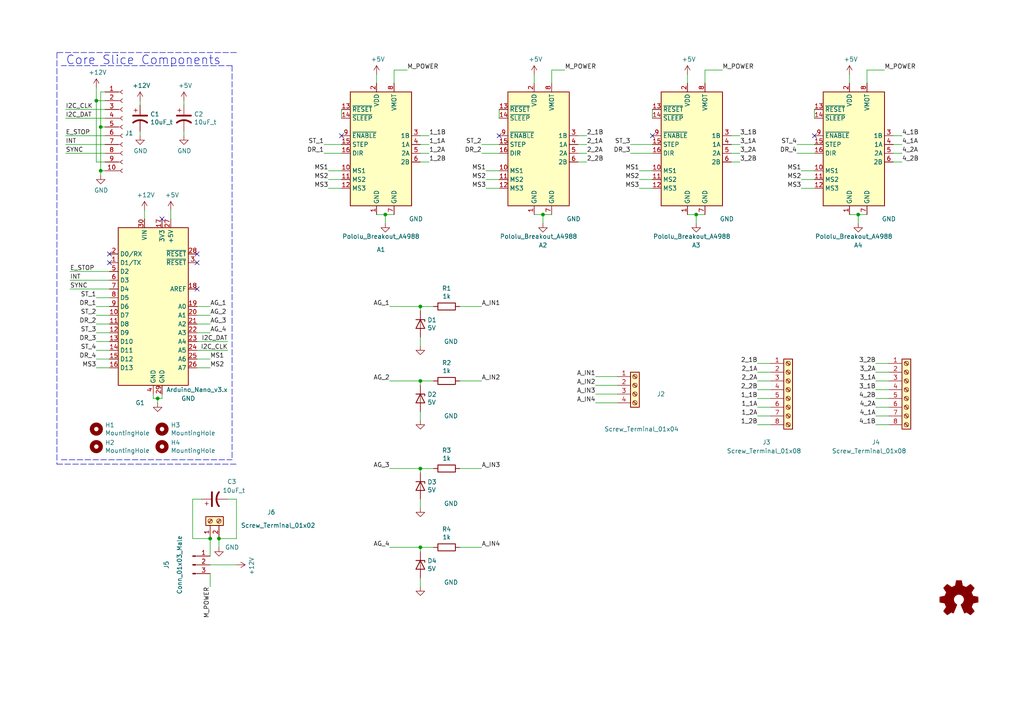
<source format=kicad_sch>
(kicad_sch (version 20231120) (generator "eeschema") (generator_version "8.0")
  (paper "A4")
  (lib_symbols
    (symbol "BREAD_Slice-rescue:10uF_t-OCI_UPL_2_Capacitors-BREAD_Slice-rescue" (pin_numbers hide) (pin_names (offset 0.254) hide)
      (property "Reference" "C" (at 0.635 2.54 0))
      (property "Value" "10uF_t-OCI_UPL_2_Capacitors-BREAD_Slice-rescue" (at 0.635 -2.54 0))
      (symbol "10uF_t-OCI_UPL_2_Capacitors-BREAD_Slice-rescue_0_1"
        (polyline (pts (xy -2.032 0.762) (xy 2.032 0.762)) (stroke (width 0.508)))
        (polyline (pts (xy -1.778 2.286) (xy -0.762 2.286)))
        (polyline (pts (xy -1.27 1.778) (xy -1.27 2.794)))
        (arc (start 2.032 -1.27) (mid 0 -0.5572) (end -2.032 -1.27) (stroke (width 0.508)))
      )
      (symbol "10uF_t-OCI_UPL_2_Capacitors-BREAD_Slice-rescue_1_1"
        (pin passive line (at 0 3.81 270) (length 2.794) (name "~") (number "1"))
        (pin passive line (at 0 -3.81 90) (length 3.302) (name "~") (number "2"))
      )
    )
    (symbol "Connector:Conn_01x03_Male" (pin_names (offset 1.016) hide)
      (property "Reference" "J" (at 0 5.08 0))
      (property "Value" "Conn_01x03_Male" (at 0 -5.08 0))
      (symbol "Conn_01x03_Male_1_1"
        (polyline (pts (xy 1.27 -2.54) (xy 0.8636 -2.54)) (stroke (width 0.1524)))
        (polyline (pts (xy 1.27 0) (xy 0.8636 0)) (stroke (width 0.1524)))
        (polyline (pts (xy 1.27 2.54) (xy 0.8636 2.54)) (stroke (width 0.1524)))
        (rectangle (start 0.8636 -2.413) (end 0 -2.667) (stroke (width 0.1524)) (fill (type outline)))
        (rectangle (start 0.8636 0.127) (end 0 -0.127) (stroke (width 0.1524)) (fill (type outline)))
        (rectangle (start 0.8636 2.667) (end 0 2.413) (stroke (width 0.1524)) (fill (type outline)))
        (pin passive line (at 5.08 2.54 180) (length 3.81) (name "Pin_1") (number "1"))
        (pin passive line (at 5.08 0 180) (length 3.81) (name "Pin_2") (number "2"))
        (pin passive line (at 5.08 -2.54 180) (length 3.81) (name "Pin_3") (number "3"))
      )
    )
    (symbol "Connector:Conn_01x10_Female" (pin_names (offset 1.016) hide)
      (property "Reference" "J" (at 0 12.7 0))
      (property "Value" "Conn_01x10_Female" (at 0 -15.24 0))
      (symbol "Conn_01x10_Female_1_1"
        (arc (start 0 -12.192) (mid -0.5058 -12.7) (end 0 -13.208) (stroke (width 0.1524)))
        (arc (start 0 -9.652) (mid -0.5058 -10.16) (end 0 -10.668) (stroke (width 0.1524)))
        (arc (start 0 -7.112) (mid -0.5058 -7.62) (end 0 -8.128) (stroke (width 0.1524)))
        (arc (start 0 -4.572) (mid -0.5058 -5.08) (end 0 -5.588) (stroke (width 0.1524)))
        (arc (start 0 -2.032) (mid -0.5058 -2.54) (end 0 -3.048) (stroke (width 0.1524)))
        (polyline (pts (xy -1.27 -12.7) (xy -0.508 -12.7)) (stroke (width 0.1524)))
        (polyline (pts (xy -1.27 -10.16) (xy -0.508 -10.16)) (stroke (width 0.1524)))
        (polyline (pts (xy -1.27 -7.62) (xy -0.508 -7.62)) (stroke (width 0.1524)))
        (polyline (pts (xy -1.27 -5.08) (xy -0.508 -5.08)) (stroke (width 0.1524)))
        (polyline (pts (xy -1.27 -2.54) (xy -0.508 -2.54)) (stroke (width 0.1524)))
        (polyline (pts (xy -1.27 0) (xy -0.508 0)) (stroke (width 0.1524)))
        (polyline (pts (xy -1.27 2.54) (xy -0.508 2.54)) (stroke (width 0.1524)))
        (polyline (pts (xy -1.27 5.08) (xy -0.508 5.08)) (stroke (width 0.1524)))
        (polyline (pts (xy -1.27 7.62) (xy -0.508 7.62)) (stroke (width 0.1524)))
        (polyline (pts (xy -1.27 10.16) (xy -0.508 10.16)) (stroke (width 0.1524)))
        (arc (start 0 0.508) (mid -0.5058 0) (end 0 -0.508) (stroke (width 0.1524)))
        (arc (start 0 3.048) (mid -0.5058 2.54) (end 0 2.032) (stroke (width 0.1524)))
        (arc (start 0 5.588) (mid -0.5058 5.08) (end 0 4.572) (stroke (width 0.1524)))
        (arc (start 0 8.128) (mid -0.5058 7.62) (end 0 7.112) (stroke (width 0.1524)))
        (arc (start 0 10.668) (mid -0.5058 10.16) (end 0 9.652) (stroke (width 0.1524)))
        (pin passive line (at -5.08 10.16 0) (length 3.81) (name "Pin_1") (number "1"))
        (pin passive line (at -5.08 -12.7 0) (length 3.81) (name "Pin_10") (number "10"))
        (pin passive line (at -5.08 7.62 0) (length 3.81) (name "Pin_2") (number "2"))
        (pin passive line (at -5.08 5.08 0) (length 3.81) (name "Pin_3") (number "3"))
        (pin passive line (at -5.08 2.54 0) (length 3.81) (name "Pin_4") (number "4"))
        (pin passive line (at -5.08 0 0) (length 3.81) (name "Pin_5") (number "5"))
        (pin passive line (at -5.08 -2.54 0) (length 3.81) (name "Pin_6") (number "6"))
        (pin passive line (at -5.08 -5.08 0) (length 3.81) (name "Pin_7") (number "7"))
        (pin passive line (at -5.08 -7.62 0) (length 3.81) (name "Pin_8") (number "8"))
        (pin passive line (at -5.08 -10.16 0) (length 3.81) (name "Pin_9") (number "9"))
      )
    )
    (symbol "Connector:Screw_Terminal_01x02" (pin_names (offset 1.016) hide)
      (property "Reference" "J" (at 0 2.54 0))
      (property "Value" "Screw_Terminal_01x02" (at 0 -5.08 0))
      (symbol "Screw_Terminal_01x02_1_1"
        (rectangle (start -1.27 1.27) (end 1.27 -3.81) (stroke (width 0.254)) (fill (type background)))
        (circle (center 0 -2.54) (radius 0.635) (stroke (width 0.1524)))
        (polyline (pts (xy -0.5334 -2.2098) (xy 0.3302 -3.048)) (stroke (width 0.1524)))
        (polyline (pts (xy -0.5334 0.3302) (xy 0.3302 -0.508)) (stroke (width 0.1524)))
        (polyline (pts (xy -0.3556 -2.032) (xy 0.508 -2.8702)) (stroke (width 0.1524)))
        (polyline (pts (xy -0.3556 0.508) (xy 0.508 -0.3302)) (stroke (width 0.1524)))
        (circle (center 0 0) (radius 0.635) (stroke (width 0.1524)))
        (pin passive line (at -5.08 0 0) (length 3.81) (name "Pin_1") (number "1"))
        (pin passive line (at -5.08 -2.54 0) (length 3.81) (name "Pin_2") (number "2"))
      )
    )
    (symbol "Connector:Screw_Terminal_01x04" (pin_names (offset 1.016) hide)
      (property "Reference" "J" (at 0 5.08 0))
      (property "Value" "Screw_Terminal_01x04" (at 0 -7.62 0))
      (symbol "Screw_Terminal_01x04_1_1"
        (rectangle (start -1.27 3.81) (end 1.27 -6.35) (stroke (width 0.254)) (fill (type background)))
        (circle (center 0 -5.08) (radius 0.635) (stroke (width 0.1524)))
        (circle (center 0 -2.54) (radius 0.635) (stroke (width 0.1524)))
        (polyline (pts (xy -0.5334 -4.7498) (xy 0.3302 -5.588)) (stroke (width 0.1524)))
        (polyline (pts (xy -0.5334 -2.2098) (xy 0.3302 -3.048)) (stroke (width 0.1524)))
        (polyline (pts (xy -0.5334 0.3302) (xy 0.3302 -0.508)) (stroke (width 0.1524)))
        (polyline (pts (xy -0.5334 2.8702) (xy 0.3302 2.032)) (stroke (width 0.1524)))
        (polyline (pts (xy -0.3556 -4.572) (xy 0.508 -5.4102)) (stroke (width 0.1524)))
        (polyline (pts (xy -0.3556 -2.032) (xy 0.508 -2.8702)) (stroke (width 0.1524)))
        (polyline (pts (xy -0.3556 0.508) (xy 0.508 -0.3302)) (stroke (width 0.1524)))
        (polyline (pts (xy -0.3556 3.048) (xy 0.508 2.2098)) (stroke (width 0.1524)))
        (circle (center 0 0) (radius 0.635) (stroke (width 0.1524)))
        (circle (center 0 2.54) (radius 0.635) (stroke (width 0.1524)))
        (pin passive line (at -5.08 2.54 0) (length 3.81) (name "Pin_1") (number "1"))
        (pin passive line (at -5.08 0 0) (length 3.81) (name "Pin_2") (number "2"))
        (pin passive line (at -5.08 -2.54 0) (length 3.81) (name "Pin_3") (number "3"))
        (pin passive line (at -5.08 -5.08 0) (length 3.81) (name "Pin_4") (number "4"))
      )
    )
    (symbol "Connector:Screw_Terminal_01x08" (pin_names (offset 1.016) hide)
      (property "Reference" "J" (at 0 10.16 0))
      (property "Value" "Screw_Terminal_01x08" (at 0 -12.7 0))
      (symbol "Screw_Terminal_01x08_1_1"
        (rectangle (start -1.27 8.89) (end 1.27 -11.43) (stroke (width 0.254)) (fill (type background)))
        (circle (center 0 -10.16) (radius 0.635) (stroke (width 0.1524)))
        (circle (center 0 -7.62) (radius 0.635) (stroke (width 0.1524)))
        (circle (center 0 -5.08) (radius 0.635) (stroke (width 0.1524)))
        (circle (center 0 -2.54) (radius 0.635) (stroke (width 0.1524)))
        (polyline (pts (xy -0.5334 -9.8298) (xy 0.3302 -10.668)) (stroke (width 0.1524)))
        (polyline (pts (xy -0.5334 -7.2898) (xy 0.3302 -8.128)) (stroke (width 0.1524)))
        (polyline (pts (xy -0.5334 -4.7498) (xy 0.3302 -5.588)) (stroke (width 0.1524)))
        (polyline (pts (xy -0.5334 -2.2098) (xy 0.3302 -3.048)) (stroke (width 0.1524)))
        (polyline (pts (xy -0.5334 0.3302) (xy 0.3302 -0.508)) (stroke (width 0.1524)))
        (polyline (pts (xy -0.5334 2.8702) (xy 0.3302 2.032)) (stroke (width 0.1524)))
        (polyline (pts (xy -0.5334 5.4102) (xy 0.3302 4.572)) (stroke (width 0.1524)))
        (polyline (pts (xy -0.5334 7.9502) (xy 0.3302 7.112)) (stroke (width 0.1524)))
        (polyline (pts (xy -0.3556 -9.652) (xy 0.508 -10.4902)) (stroke (width 0.1524)))
        (polyline (pts (xy -0.3556 -7.112) (xy 0.508 -7.9502)) (stroke (width 0.1524)))
        (polyline (pts (xy -0.3556 -4.572) (xy 0.508 -5.4102)) (stroke (width 0.1524)))
        (polyline (pts (xy -0.3556 -2.032) (xy 0.508 -2.8702)) (stroke (width 0.1524)))
        (polyline (pts (xy -0.3556 0.508) (xy 0.508 -0.3302)) (stroke (width 0.1524)))
        (polyline (pts (xy -0.3556 3.048) (xy 0.508 2.2098)) (stroke (width 0.1524)))
        (polyline (pts (xy -0.3556 5.588) (xy 0.508 4.7498)) (stroke (width 0.1524)))
        (polyline (pts (xy -0.3556 8.128) (xy 0.508 7.2898)) (stroke (width 0.1524)))
        (circle (center 0 0) (radius 0.635) (stroke (width 0.1524)))
        (circle (center 0 2.54) (radius 0.635) (stroke (width 0.1524)))
        (circle (center 0 5.08) (radius 0.635) (stroke (width 0.1524)))
        (circle (center 0 7.62) (radius 0.635) (stroke (width 0.1524)))
        (pin passive line (at -5.08 7.62 0) (length 3.81) (name "Pin_1") (number "1"))
        (pin passive line (at -5.08 5.08 0) (length 3.81) (name "Pin_2") (number "2"))
        (pin passive line (at -5.08 2.54 0) (length 3.81) (name "Pin_3") (number "3"))
        (pin passive line (at -5.08 0 0) (length 3.81) (name "Pin_4") (number "4"))
        (pin passive line (at -5.08 -2.54 0) (length 3.81) (name "Pin_5") (number "5"))
        (pin passive line (at -5.08 -5.08 0) (length 3.81) (name "Pin_6") (number "6"))
        (pin passive line (at -5.08 -7.62 0) (length 3.81) (name "Pin_7") (number "7"))
        (pin passive line (at -5.08 -10.16 0) (length 3.81) (name "Pin_8") (number "8"))
      )
    )
    (symbol "Device:D_Zener" (pin_numbers hide) (pin_names (offset 1.016) hide)
      (property "Reference" "D" (at 0 2.54 0))
      (property "Value" "D_Zener" (at 0 -2.54 0))
      (symbol "D_Zener_0_1"
        (polyline (pts (xy 1.27 0) (xy -1.27 0)))
        (polyline (pts (xy -1.27 -1.27) (xy -1.27 1.27) (xy -0.762 1.27)) (stroke (width 0.254)))
        (polyline (pts (xy 1.27 -1.27) (xy 1.27 1.27) (xy -1.27 0) (xy 1.27 -1.27)) (stroke (width 0.254)))
      )
      (symbol "D_Zener_1_1"
        (pin passive line (at -3.81 0 0) (length 2.54) (name "K") (number "1"))
        (pin passive line (at 3.81 0 180) (length 2.54) (name "A") (number "2"))
      )
    )
    (symbol "Device:R" (pin_numbers hide) (pin_names (offset 0))
      (property "Reference" "R" (at 2.032 0 90))
      (property "Value" "R" (at 0 0 90))
      (symbol "R_0_1"
        (rectangle (start -1.016 -2.54) (end 1.016 2.54) (stroke (width 0.254)))
      )
      (symbol "R_1_1"
        (pin passive line (at 0 3.81 270) (length 1.27) (name "~") (number "1"))
        (pin passive line (at 0 -3.81 90) (length 1.27) (name "~") (number "2"))
      )
    )
    (symbol "Driver_Motor:Pololu_Breakout_A4988"
      (property "Reference" "A" (at -2.54 19.05 0))
      (property "Value" "Pololu_Breakout_A4988" (at -2.54 16.51 0))
      (symbol "Pololu_Breakout_A4988_0_1"
        (rectangle (start 10.16 -17.78) (end -7.62 15.24) (stroke (width 0.254)) (fill (type background)))
      )
      (symbol "Pololu_Breakout_A4988_1_1"
        (pin power_in line (at 0 -20.32 90) (length 2.54) (name "GND") (number "1"))
        (pin input line (at -10.16 -7.62 0) (length 2.54) (name "MS1") (number "10"))
        (pin input line (at -10.16 -10.16 0) (length 2.54) (name "MS2") (number "11"))
        (pin input line (at -10.16 -12.7 0) (length 2.54) (name "MS3") (number "12"))
        (pin input line (at -10.16 10.16 0) (length 2.54) (name "~{RESET}") (number "13"))
        (pin input line (at -10.16 7.62 0) (length 2.54) (name "~{SLEEP}") (number "14"))
        (pin input line (at -10.16 0 0) (length 2.54) (name "STEP") (number "15"))
        (pin input line (at -10.16 -2.54 0) (length 2.54) (name "DIR") (number "16"))
        (pin power_in line (at 0 17.78 270) (length 2.54) (name "VDD") (number "2"))
        (pin output line (at 12.7 2.54 180) (length 2.54) (name "1B") (number "3"))
        (pin output line (at 12.7 0 180) (length 2.54) (name "1A") (number "4"))
        (pin output line (at 12.7 -2.54 180) (length 2.54) (name "2A") (number "5"))
        (pin output line (at 12.7 -5.08 180) (length 2.54) (name "2B") (number "6"))
        (pin power_in line (at 5.08 -20.32 90) (length 2.54) (name "GND") (number "7"))
        (pin power_in line (at 5.08 17.78 270) (length 2.54) (name "VMOT") (number "8"))
        (pin input line (at -10.16 2.54 0) (length 2.54) (name "~{ENABLE}") (number "9"))
      )
    )
    (symbol "Graphic:Logo_Open_Hardware_Small" (pin_names (offset 1.016))
      (symbol "Logo_Open_Hardware_Small_0_1"
        (polyline (pts (xy 3.3528 -4.3434) (xy 3.302 -4.318) (xy 3.175 -4.2418) (xy 2.9972 -4.1148) (xy 2.7686 -3.9624) (xy 2.54 -3.81) (xy 2.3622 -3.7084) (xy 2.2352 -3.6068) (xy 2.1844 -3.5814) (xy 2.159 -3.6068) (xy 2.0574 -3.6576) (xy 1.905 -3.7338) (xy 1.8034 -3.7846) (xy 1.6764 -3.8354) (xy 1.6002 -3.8354) (xy 1.6002 -3.8354) (xy 1.5494 -3.7338) (xy 1.4732 -3.5306) (xy 1.3462 -3.302) (xy 1.2446 -3.0226) (xy 1.1176 -2.7178) (xy 0.9652 -2.413) (xy 0.8636 -2.1082) (xy 0.7366 -1.8288) (xy 0.6604 -1.6256) (xy 0.6096 -1.4732) (xy 0.5842 -1.397) (xy 0.5842 -1.397) (xy 0.6604 -1.3208) (xy 0.7874 -1.2446) (xy 1.0414 -1.016) (xy 1.2954 -0.6858) (xy 1.4478 -0.3302) (xy 1.524 0.0762) (xy 1.4732 0.4572) (xy 1.3208 0.8128) (xy 1.0668 1.143) (xy 0.762 1.3716) (xy 0.4064 1.524) (xy 0 1.5748) (xy -0.381 1.5494) (xy -0.7366 1.397) (xy -1.0668 1.143) (xy -1.2192 0.9906) (xy -1.397 0.6604) (xy -1.524 0.3048) (xy -1.524 0.2286) (xy -1.4986 -0.1778) (xy -1.397 -0.5334) (xy -1.1938 -0.8636) (xy -0.9144 -1.143) (xy -0.8636 -1.1684) (xy -0.7366 -1.27) (xy -0.635 -1.3462) (xy -0.5842 -1.397) (xy -1.0668 -2.5908) (xy -1.143 -2.794) (xy -1.2954 -3.1242) (xy -1.397 -3.4036) (xy -1.4986 -3.6322) (xy -1.5748 -3.7846) (xy -1.6002 -3.8354) (xy -1.6002 -3.8354) (xy -1.651 -3.8354) (xy -1.7272 -3.81) (xy -1.905 -3.7338) (xy -2.0066 -3.683) (xy -2.1336 -3.6068) (xy -2.2098 -3.5814) (xy -2.2606 -3.6068) (xy -2.3622 -3.683) (xy -2.54 -3.81) (xy -2.7686 -3.9624) (xy -2.9718 -4.0894) (xy -3.1496 -4.2164) (xy -3.302 -4.318) (xy -3.3528 -4.3434) (xy -3.3782 -4.3434) (xy -3.429 -4.318) (xy -3.5306 -4.2164) (xy -3.7084 -4.064) (xy -3.937 -3.8354) (xy -3.9624 -3.81) (xy -4.1656 -3.6068) (xy -4.318 -3.4544) (xy -4.4196 -3.3274) (xy -4.445 -3.2766) (xy -4.445 -3.2766) (xy -4.4196 -3.2258) (xy -4.318 -3.0734) (xy -4.2164 -2.8956) (xy -4.064 -2.667) (xy -3.6576 -2.0828) (xy -3.8862 -1.5494) (xy -3.937 -1.3716) (xy -4.0386 -1.1684) (xy -4.0894 -1.0414) (xy -4.1148 -0.9652) (xy -4.191 -0.9398) (xy -4.318 -0.9144) (xy -4.5466 -0.8636) (xy -4.8006 -0.8128) (xy -5.0546 -0.7874) (xy -5.2578 -0.7366) (xy -5.4356 -0.7112) (xy -5.5118 -0.6858) (xy -5.5118 -0.6858) (xy -5.5372 -0.635) (xy -5.5372 -0.5588) (xy -5.5372 -0.4318) (xy -5.5626 -0.2286) (xy -5.5626 0.0762) (xy -5.5626 0.127) (xy -5.5372 0.4064) (xy -5.5372 0.635) (xy -5.5372 0.762) (xy -5.5372 0.8382) (xy -5.5372 0.8382) (xy -5.461 0.8382) (xy -5.3086 0.889) (xy -5.08 0.9144) (xy -4.826 0.9652) (xy -4.8006 0.9906) (xy -4.5466 1.0414) (xy -4.318 1.0668) (xy -4.1656 1.1176) (xy -4.0894 1.143) (xy -4.0894 1.143) (xy -4.0386 1.2446) (xy -3.9624 1.4224) (xy -3.8608 1.6256) (xy -3.7846 1.8288) (xy -3.7084 2.0066) (xy -3.6576 2.159) (xy -3.6322 2.2098) (xy -3.6322 2.2098) (xy -3.683 2.286) (xy -3.7592 2.413) (xy -3.8862 2.5908) (xy -4.064 2.8194) (xy -4.064 2.8448) (xy -4.2164 3.0734) (xy -4.3434 3.2512) (xy -4.4196 3.3782) (xy -4.445 3.4544) (xy -4.445 3.4544) (xy -4.3942 3.5052) (xy -4.2926 3.6322) (xy -4.1148 3.81) (xy -3.937 4.0132) (xy -3.8608 4.064) (xy -3.6576 4.2926) (xy -3.5052 4.4196) (xy -3.4036 4.4958) (xy -3.3528 4.5212) (xy -3.3528 4.5212) (xy -3.302 4.4704) (xy -3.1496 4.3688) (xy -2.9718 4.2418) (xy -2.7432 4.0894) (xy -2.7178 4.0894) (xy -2.4892 3.937) (xy -2.3114 3.81) (xy -2.1844 3.7084) (xy -2.1336 3.683) (xy -2.1082 3.683) (xy -2.032 3.7084) (xy -1.8542 3.7592) (xy -1.6764 3.8354) (xy -1.4732 3.937) (xy -1.27 4.0132) (xy -1.143 4.064) (xy -1.0668 4.1148) (xy -1.0668 4.1148) (xy -1.0414 4.191) (xy -1.016 4.3434) (xy -0.9652 4.572) (xy -0.9144 4.8514) (xy -0.889 4.9022) (xy -0.8382 5.1562) (xy -0.8128 5.3848) (xy -0.7874 5.5372) (xy -0.762 5.588) (xy -0.7112 5.6134) (xy -0.5842 5.6134) (xy -0.4064 5.6134) (xy -0.1524 5.6134) (xy 0.0762 5.6134) (xy 0.3302 5.6134) (xy 0.5334 5.6134) (xy 0.6858 5.588) (xy 0.7366 5.588) (xy 0.7366 5.588) (xy 0.762 5.5118) (xy 0.8128 5.334) (xy 0.8382 5.1054) (xy 0.9144 4.826) (xy 0.9144 4.7752) (xy 0.9652 4.5212) (xy 1.016 4.2926) (xy 1.0414 4.1402) (xy 1.0668 4.0894) (xy 1.0668 4.0894) (xy 1.1938 4.0386) (xy 1.3716 3.9624) (xy 1.5748 3.8608) (xy 2.0828 3.6576) (xy 2.7178 4.0894) (xy 2.7686 4.1402) (xy 2.9972 4.2926) (xy 3.175 4.4196) (xy 3.302 4.4958) (xy 3.3782 4.5212) (xy 3.3782 4.5212) (xy 3.429 4.4704) (xy 3.556 4.3434) (xy 3.7338 4.191) (xy 3.9116 3.9878) (xy 4.064 3.8354) (xy 4.2418 3.6576) (xy 4.3434 3.556) (xy 4.4196 3.4798) (xy 4.4196 3.429) (xy 4.4196 3.4036) (xy 4.3942 3.3274) (xy 4.2926 3.2004) (xy 4.1656 2.9972) (xy 4.0132 2.794) (xy 3.8862 2.5908) (xy 3.7592 2.3876) (xy 3.6576 2.2352) (xy 3.6322 2.159) (xy 3.6322 2.1336) (xy 3.683 2.0066) (xy 3.7592 1.8288) (xy 3.8608 1.6002) (xy 4.064 1.1176) (xy 4.3942 1.0414) (xy 4.5974 1.016) (xy 4.8768 0.9652) (xy 5.1308 0.9144) (xy 5.5372 0.8382) (xy 5.5626 -0.6604) (xy 5.4864 -0.6858) (xy 5.4356 -0.6858) (xy 5.2832 -0.7366) (xy 5.0546 -0.762) (xy 4.8006 -0.8128) (xy 4.5974 -0.8636) (xy 4.3688 -0.9144) (xy 4.2164 -0.9398) (xy 4.1402 -0.9398) (xy 4.1148 -0.9652) (xy 4.064 -1.0668) (xy 3.9878 -1.2446) (xy 3.9116 -1.4478) (xy 3.81 -1.651) (xy 3.7338 -1.8542) (xy 3.683 -2.0066) (xy 3.6576 -2.0828) (xy 3.683 -2.1336) (xy 3.7846 -2.2606) (xy 3.8862 -2.4638) (xy 4.0386 -2.667) (xy 4.191 -2.8956) (xy 4.318 -3.0734) (xy 4.3942 -3.2004) (xy 4.445 -3.2766) (xy 4.4196 -3.3274) (xy 4.3434 -3.429) (xy 4.1656 -3.5814) (xy 3.937 -3.8354) (xy 3.8862 -3.8608) (xy 3.683 -4.064) (xy 3.5306 -4.2164) (xy 3.4036 -4.318) (xy 3.3528 -4.3434)) (fill (type outline)))
      )
    )
    (symbol "MCU_Module:Arduino_Nano_v3.x"
      (property "Reference" "A" (at -10.16 23.495 0))
      (property "Value" "Arduino_Nano_v3.x" (at 5.08 -24.13 0))
      (symbol "Arduino_Nano_v3.x_0_1"
        (rectangle (start -10.16 22.86) (end 10.16 -22.86) (stroke (width 0.254)) (fill (type background)))
      )
      (symbol "Arduino_Nano_v3.x_1_1"
        (pin bidirectional line (at -12.7 12.7 0) (length 2.54) (name "D1/TX") (number "1"))
        (pin bidirectional line (at -12.7 -2.54 0) (length 2.54) (name "D7") (number "10"))
        (pin bidirectional line (at -12.7 -5.08 0) (length 2.54) (name "D8") (number "11"))
        (pin bidirectional line (at -12.7 -7.62 0) (length 2.54) (name "D9") (number "12"))
        (pin bidirectional line (at -12.7 -10.16 0) (length 2.54) (name "D10") (number "13"))
        (pin bidirectional line (at -12.7 -12.7 0) (length 2.54) (name "D11") (number "14"))
        (pin bidirectional line (at -12.7 -15.24 0) (length 2.54) (name "D12") (number "15"))
        (pin bidirectional line (at -12.7 -17.78 0) (length 2.54) (name "D13") (number "16"))
        (pin power_out line (at 2.54 25.4 270) (length 2.54) (name "3V3") (number "17"))
        (pin input line (at 12.7 5.08 180) (length 2.54) (name "AREF") (number "18"))
        (pin bidirectional line (at 12.7 0 180) (length 2.54) (name "A0") (number "19"))
        (pin bidirectional line (at -12.7 15.24 0) (length 2.54) (name "D0/RX") (number "2"))
        (pin bidirectional line (at 12.7 -2.54 180) (length 2.54) (name "A1") (number "20"))
        (pin bidirectional line (at 12.7 -5.08 180) (length 2.54) (name "A2") (number "21"))
        (pin bidirectional line (at 12.7 -7.62 180) (length 2.54) (name "A3") (number "22"))
        (pin bidirectional line (at 12.7 -10.16 180) (length 2.54) (name "A4") (number "23"))
        (pin bidirectional line (at 12.7 -12.7 180) (length 2.54) (name "A5") (number "24"))
        (pin bidirectional line (at 12.7 -15.24 180) (length 2.54) (name "A6") (number "25"))
        (pin bidirectional line (at 12.7 -17.78 180) (length 2.54) (name "A7") (number "26"))
        (pin power_out line (at 5.08 25.4 270) (length 2.54) (name "+5V") (number "27"))
        (pin input line (at 12.7 15.24 180) (length 2.54) (name "~{RESET}") (number "28"))
        (pin power_in line (at 2.54 -25.4 90) (length 2.54) (name "GND") (number "29"))
        (pin input line (at 12.7 12.7 180) (length 2.54) (name "~{RESET}") (number "3"))
        (pin power_in line (at -2.54 25.4 270) (length 2.54) (name "VIN") (number "30"))
        (pin power_in line (at 0 -25.4 90) (length 2.54) (name "GND") (number "4"))
        (pin bidirectional line (at -12.7 10.16 0) (length 2.54) (name "D2") (number "5"))
        (pin bidirectional line (at -12.7 7.62 0) (length 2.54) (name "D3") (number "6"))
        (pin bidirectional line (at -12.7 5.08 0) (length 2.54) (name "D4") (number "7"))
        (pin bidirectional line (at -12.7 2.54 0) (length 2.54) (name "D5") (number "8"))
        (pin bidirectional line (at -12.7 0 0) (length 2.54) (name "D6") (number "9"))
      )
    )
    (symbol "Mechanical:MountingHole" (pin_names (offset 1.016))
      (property "Reference" "H" (at 0 5.08 0))
      (property "Value" "MountingHole" (at 0 3.175 0))
      (symbol "MountingHole_0_1"
        (circle (center 0 0) (radius 1.27) (stroke (width 1.27)))
      )
    )
    (symbol "power:+12V" (power) (pin_names (offset 0))
      (property "Value" "+12V" (at 0 3.556 0))
      (symbol "+12V_0_1"
        (polyline (pts (xy -0.762 1.27) (xy 0 2.54)))
        (polyline (pts (xy 0 0) (xy 0 2.54)))
        (polyline (pts (xy 0 2.54) (xy 0.762 1.27)))
      )
      (symbol "+12V_1_1"
        (pin power_in line (at 0 0 90) (length 0) hide (name "+12V") (number "1"))
      )
    )
    (symbol "power:+5V" (power) (pin_names (offset 0))
      (property "Value" "+5V" (at 0 3.556 0))
      (symbol "+5V_0_1"
        (polyline (pts (xy -0.762 1.27) (xy 0 2.54)))
        (polyline (pts (xy 0 0) (xy 0 2.54)))
        (polyline (pts (xy 0 2.54) (xy 0.762 1.27)))
      )
      (symbol "+5V_1_1"
        (pin power_in line (at 0 0 90) (length 0) hide (name "+5V") (number "1"))
      )
    )
    (symbol "power:GND" (power) (pin_names (offset 0))
      (property "Value" "GND" (at 0 -3.81 0))
      (symbol "GND_0_1"
        (polyline (pts (xy 0 0) (xy 0 -1.27) (xy 1.27 -1.27) (xy 0 -2.54) (xy -1.27 -1.27) (xy 0 -1.27)))
      )
      (symbol "GND_1_1"
        (pin power_in line (at 0 0 270) (length 0) hide (name "GND") (number "1"))
      )
    )
  )
  (junction (at 121.92 88.9))
  (junction (at 60.96 156.21))
  (junction (at 121.92 158.75))
  (junction (at 45.72 115.57))
  (junction (at 27.94 29.21))
  (junction (at 201.93 62.23))
  (junction (at 29.21 49.53))
  (junction (at 29.21 36.83))
  (junction (at 121.92 110.49))
  (junction (at 63.5 156.21))
  (junction (at 121.92 135.89))
  (junction (at 248.92 62.23))
  (junction (at 111.76 62.23))
  (junction (at 157.48 62.23))
  (no_connect (at 31.75 76.2))
  (no_connect (at 46.99 63.5))
  (no_connect (at 144.78 39.37))
  (no_connect (at 57.15 76.2))
  (no_connect (at 236.22 39.37))
  (no_connect (at 57.15 73.66))
  (no_connect (at 57.15 83.82))
  (no_connect (at 189.23 39.37))
  (no_connect (at 31.75 73.66))
  (no_connect (at 99.06 39.37))
  (wire (pts (xy 223.52 115.57) (xy 219.71 115.57)))
  (wire (pts (xy 20.32 83.82) (xy 31.75 83.82)))
  (wire (pts (xy 27.94 29.21) (xy 30.48 29.21)))
  (polyline (pts (xy 16.51 15.24) (xy 16.51 134.62)) (stroke (width 0) (type dash)))
  (wire (pts (xy 223.52 107.95) (xy 219.71 107.95)))
  (wire (pts (xy 31.75 93.98) (xy 27.94 93.98)))
  (wire (pts (xy 57.15 91.44) (xy 60.96 91.44)))
  (wire (pts (xy 254 105.41) (xy 257.81 105.41)))
  (wire (pts (xy 29.21 36.83) (xy 29.21 26.67)))
  (wire (pts (xy 140.97 54.61) (xy 144.78 54.61)))
  (wire (pts (xy 111.76 62.23) (xy 111.76 64.77)))
  (wire (pts (xy 31.75 106.68) (xy 27.94 106.68)))
  (wire (pts (xy 99.06 44.45) (xy 93.98 44.45)))
  (wire (pts (xy 189.23 34.29) (xy 189.23 31.75)))
  (wire (pts (xy 19.05 34.29) (xy 30.48 34.29)))
  (wire (pts (xy 30.48 49.53) (xy 29.21 49.53)))
  (wire (pts (xy 248.92 62.23) (xy 248.92 64.77)))
  (wire (pts (xy 57.15 106.68) (xy 60.96 106.68)))
  (wire (pts (xy 121.92 137.16) (xy 121.92 135.89)))
  (wire (pts (xy 95.25 54.61) (xy 99.06 54.61)))
  (wire (pts (xy 31.75 78.74) (xy 20.32 78.74)))
  (wire (pts (xy 223.52 110.49) (xy 219.71 110.49)))
  (wire (pts (xy 185.42 49.53) (xy 189.23 49.53)))
  (wire (pts (xy 214.63 46.99) (xy 212.09 46.99)))
  (wire (pts (xy 109.22 24.13) (xy 109.22 21.59)))
  (wire (pts (xy 57.15 101.6) (xy 66.04 101.6)))
  (wire (pts (xy 40.64 39.37) (xy 40.64 38.1)))
  (wire (pts (xy 31.75 86.36) (xy 27.94 86.36)))
  (wire (pts (xy 57.15 93.98) (xy 60.96 93.98)))
  (wire (pts (xy 114.3 20.32) (xy 114.3 24.13)))
  (wire (pts (xy 139.7 88.9) (xy 133.35 88.9)))
  (wire (pts (xy 114.3 62.23) (xy 111.76 62.23)))
  (wire (pts (xy 124.46 46.99) (xy 121.92 46.99)))
  (wire (pts (xy 45.72 115.57) (xy 46.99 115.57)))
  (wire (pts (xy 41.91 60.96) (xy 41.91 63.5)))
  (wire (pts (xy 246.38 62.23) (xy 248.92 62.23)))
  (wire (pts (xy 55.88 144.78) (xy 55.88 156.21)))
  (wire (pts (xy 261.62 39.37) (xy 259.08 39.37)))
  (wire (pts (xy 204.47 62.23) (xy 201.93 62.23)))
  (wire (pts (xy 44.45 115.57) (xy 45.72 115.57)))
  (wire (pts (xy 236.22 41.91) (xy 231.14 41.91)))
  (polyline (pts (xy 17.78 133.35) (xy 67.31 133.35)) (stroke (width 0) (type dash)))
  (polyline (pts (xy 67.31 19.05) (xy 67.31 133.35)) (stroke (width 0) (type dash)))
  (wire (pts (xy 66.04 99.06) (xy 57.15 99.06)))
  (wire (pts (xy 139.7 158.75) (xy 133.35 158.75)))
  (wire (pts (xy 232.41 54.61) (xy 236.22 54.61)))
  (wire (pts (xy 118.11 20.32) (xy 114.3 20.32)))
  (wire (pts (xy 113.03 135.89) (xy 121.92 135.89)))
  (wire (pts (xy 251.46 62.23) (xy 248.92 62.23)))
  (wire (pts (xy 124.46 39.37) (xy 121.92 39.37)))
  (wire (pts (xy 60.96 163.83) (xy 68.58 163.83)))
  (wire (pts (xy 57.15 88.9) (xy 60.96 88.9)))
  (wire (pts (xy 27.94 25.4) (xy 27.94 29.21)))
  (wire (pts (xy 57.15 96.52) (xy 60.96 96.52)))
  (wire (pts (xy 154.94 24.13) (xy 154.94 21.59)))
  (wire (pts (xy 209.55 20.32) (xy 204.47 20.32)))
  (wire (pts (xy 53.34 39.37) (xy 53.34 38.1)))
  (wire (pts (xy 199.39 24.13) (xy 199.39 21.59)))
  (wire (pts (xy 189.23 44.45) (xy 182.88 44.45)))
  (wire (pts (xy 170.18 39.37) (xy 167.64 39.37)))
  (wire (pts (xy 223.52 118.11) (xy 219.71 118.11)))
  (wire (pts (xy 57.15 104.14) (xy 60.96 104.14)))
  (wire (pts (xy 204.47 20.32) (xy 204.47 24.13)))
  (wire (pts (xy 44.45 114.3) (xy 44.45 115.57)))
  (wire (pts (xy 256.54 20.32) (xy 251.46 20.32)))
  (polyline (pts (xy 67.31 19.05) (xy 17.78 19.05)) (stroke (width 0) (type dash)))
  (wire (pts (xy 144.78 44.45) (xy 139.7 44.45)))
  (wire (pts (xy 31.75 104.14) (xy 27.94 104.14)))
  (wire (pts (xy 254 115.57) (xy 257.81 115.57)))
  (wire (pts (xy 254 110.49) (xy 257.81 110.49)))
  (wire (pts (xy 170.18 46.99) (xy 167.64 46.99)))
  (wire (pts (xy 185.42 52.07) (xy 189.23 52.07)))
  (wire (pts (xy 254 123.19) (xy 257.81 123.19)))
  (wire (pts (xy 172.72 116.84) (xy 179.07 116.84)))
  (wire (pts (xy 113.03 88.9) (xy 121.92 88.9)))
  (wire (pts (xy 124.46 41.91) (xy 121.92 41.91)))
  (wire (pts (xy 30.48 36.83) (xy 29.21 36.83)))
  (wire (pts (xy 30.48 31.75) (xy 19.05 31.75)))
  (wire (pts (xy 19.05 41.91) (xy 30.48 41.91)))
  (wire (pts (xy 223.52 120.65) (xy 219.71 120.65)))
  (wire (pts (xy 121.92 90.17) (xy 121.92 88.9)))
  (wire (pts (xy 66.04 144.78) (xy 68.58 144.78)))
  (wire (pts (xy 60.96 156.21) (xy 60.96 161.29)))
  (wire (pts (xy 95.25 49.53) (xy 99.06 49.53)))
  (wire (pts (xy 27.94 46.99) (xy 27.94 29.21)))
  (wire (pts (xy 58.42 144.78) (xy 55.88 144.78)))
  (wire (pts (xy 99.06 41.91) (xy 93.98 41.91)))
  (wire (pts (xy 236.22 34.29) (xy 236.22 31.75)))
  (wire (pts (xy 45.72 115.57) (xy 45.72 116.84)))
  (wire (pts (xy 53.34 30.48) (xy 53.34 29.21)))
  (wire (pts (xy 29.21 26.67) (xy 30.48 26.67)))
  (wire (pts (xy 121.92 158.75) (xy 125.73 158.75)))
  (wire (pts (xy 214.63 41.91) (xy 212.09 41.91)))
  (wire (pts (xy 223.52 123.19) (xy 219.71 123.19)))
  (polyline (pts (xy 16.51 134.62) (xy 68.58 134.62)) (stroke (width 0) (type dash)))
  (wire (pts (xy 172.72 109.22) (xy 179.07 109.22)))
  (wire (pts (xy 121.92 100.33) (xy 121.92 97.79)))
  (wire (pts (xy 121.92 170.18) (xy 121.92 167.64)))
  (wire (pts (xy 172.72 111.76) (xy 179.07 111.76)))
  (wire (pts (xy 223.52 105.41) (xy 219.71 105.41)))
  (wire (pts (xy 68.58 156.21) (xy 63.5 156.21)))
  (wire (pts (xy 31.75 99.06) (xy 27.94 99.06)))
  (wire (pts (xy 121.92 121.92) (xy 121.92 119.38)))
  (wire (pts (xy 113.03 110.49) (xy 121.92 110.49)))
  (wire (pts (xy 254 120.65) (xy 257.81 120.65)))
  (wire (pts (xy 170.18 41.91) (xy 167.64 41.91)))
  (wire (pts (xy 99.06 34.29) (xy 99.06 31.75)))
  (wire (pts (xy 251.46 20.32) (xy 251.46 24.13)))
  (wire (pts (xy 49.53 60.96) (xy 49.53 63.5)))
  (wire (pts (xy 31.75 88.9) (xy 27.94 88.9)))
  (wire (pts (xy 20.32 81.28) (xy 31.75 81.28)))
  (wire (pts (xy 60.96 166.37) (xy 60.96 170.18)))
  (wire (pts (xy 31.75 91.44) (xy 27.94 91.44)))
  (wire (pts (xy 68.58 144.78) (xy 68.58 156.21)))
  (wire (pts (xy 139.7 135.89) (xy 133.35 135.89)))
  (wire (pts (xy 223.52 113.03) (xy 219.71 113.03)))
  (wire (pts (xy 121.92 147.32) (xy 121.92 144.78)))
  (wire (pts (xy 109.22 62.23) (xy 111.76 62.23)))
  (wire (pts (xy 121.92 110.49) (xy 125.73 110.49)))
  (wire (pts (xy 185.42 54.61) (xy 189.23 54.61)))
  (wire (pts (xy 46.99 115.57) (xy 46.99 114.3)))
  (wire (pts (xy 31.75 101.6) (xy 27.94 101.6)))
  (wire (pts (xy 55.88 156.21) (xy 60.96 156.21)))
  (wire (pts (xy 201.93 62.23) (xy 201.93 64.77)))
  (wire (pts (xy 199.39 62.23) (xy 201.93 62.23)))
  (wire (pts (xy 236.22 44.45) (xy 231.14 44.45)))
  (wire (pts (xy 163.83 20.32) (xy 160.02 20.32)))
  (wire (pts (xy 170.18 44.45) (xy 167.64 44.45)))
  (wire (pts (xy 29.21 50.8) (xy 29.21 49.53)))
  (wire (pts (xy 189.23 41.91) (xy 182.88 41.91)))
  (wire (pts (xy 144.78 41.91) (xy 139.7 41.91)))
  (wire (pts (xy 40.64 30.48) (xy 40.64 29.21)))
  (wire (pts (xy 121.92 160.02) (xy 121.92 158.75)))
  (wire (pts (xy 121.92 111.76) (xy 121.92 110.49)))
  (wire (pts (xy 160.02 62.23) (xy 157.48 62.23)))
  (wire (pts (xy 30.48 46.99) (xy 27.94 46.99)))
  (wire (pts (xy 246.38 24.13) (xy 246.38 21.59)))
  (wire (pts (xy 261.62 44.45) (xy 259.08 44.45)))
  (wire (pts (xy 139.7 110.49) (xy 133.35 110.49)))
  (wire (pts (xy 154.94 62.23) (xy 157.48 62.23)))
  (wire (pts (xy 232.41 49.53) (xy 236.22 49.53)))
  (wire (pts (xy 261.62 46.99) (xy 259.08 46.99)))
  (wire (pts (xy 157.48 62.23) (xy 157.48 64.77)))
  (wire (pts (xy 160.02 20.32) (xy 160.02 24.13)))
  (wire (pts (xy 113.03 158.75) (xy 121.92 158.75)))
  (wire (pts (xy 29.21 49.53) (xy 29.21 36.83)))
  (wire (pts (xy 31.75 96.52) (xy 27.94 96.52)))
  (wire (pts (xy 172.72 114.3) (xy 179.07 114.3)))
  (wire (pts (xy 144.78 34.29) (xy 144.78 31.75)))
  (polyline (pts (xy 68.58 15.24) (xy 16.51 15.24)) (stroke (width 0) (type dash)))
  (wire (pts (xy 30.48 39.37) (xy 19.05 39.37)))
  (wire (pts (xy 214.63 44.45) (xy 212.09 44.45)))
  (wire (pts (xy 95.25 52.07) (xy 99.06 52.07)))
  (wire (pts (xy 19.05 44.45) (xy 30.48 44.45)))
  (wire (pts (xy 121.92 88.9) (xy 125.73 88.9)))
  (wire (pts (xy 232.41 52.07) (xy 236.22 52.07)))
  (wire (pts (xy 254 118.11) (xy 257.81 118.11)))
  (wire (pts (xy 124.46 44.45) (xy 121.92 44.45)))
  (wire (pts (xy 140.97 49.53) (xy 144.78 49.53)))
  (wire (pts (xy 63.5 156.21) (xy 63.5 158.75)))
  (wire (pts (xy 254 107.95) (xy 257.81 107.95)))
  (wire (pts (xy 140.97 52.07) (xy 144.78 52.07)))
  (wire (pts (xy 254 113.03) (xy 257.81 113.03)))
  (wire (pts (xy 261.62 41.91) (xy 259.08 41.91)))
  (wire (pts (xy 214.63 39.37) (xy 212.09 39.37)))
  (wire (pts (xy 121.92 135.89) (xy 125.73 135.89)))
  (text "Core Slice Components" (at 19.05 19.05 0) (effects (font (size 2.54 2.54)) (justify left bottom)))
  (label "3_1A" (at 254 110.49 180))
  (label "3_1B" (at 254 113.03 180))
  (label "2_1B" (at 170.18 39.37 0))
  (label "MS1" (at 140.97 49.53 180))
  (label "AG_2" (at 113.03 110.49 180))
  (label "M_POWER" (at 60.96 170.18 270))
  (label "2_1A" (at 170.18 41.91 0))
  (label "I2C_DAT" (at 66.04 99.06 180))
  (label "3_2B" (at 214.63 46.99 0))
  (label "AG_3" (at 113.03 135.89 180))
  (label "4_2B" (at 254 115.57 180))
  (label "MS2" (at 140.97 52.07 180))
  (label "A_IN2" (at 172.72 111.76 180))
  (label "3_2B" (at 254 105.41 180))
  (label "1_2B" (at 219.71 123.19 180))
  (label "2_1A" (at 219.71 107.95 180))
  (label "DR_1" (at 93.98 44.45 180))
  (label "M_POWER" (at 209.55 20.32 0))
  (label "ST_1" (at 93.98 41.91 180))
  (label "E_STOP" (at 20.32 78.74 0))
  (label "A_IN2" (at 139.7 110.49 0))
  (label "MS2" (at 185.42 52.07 180))
  (label "2_2A" (at 170.18 44.45 0))
  (label "A_IN3" (at 172.72 114.3 180))
  (label "A_IN1" (at 172.72 109.22 180))
  (label "AG_2" (at 60.96 91.44 0))
  (label "DR_3" (at 182.88 44.45 180))
  (label "INT" (at 19.05 41.91 0))
  (label "AG_4" (at 60.96 96.52 0))
  (label "MS1" (at 185.42 49.53 180))
  (label "I2C_CLK" (at 66.04 101.6 180))
  (label "3_1A" (at 214.63 41.91 0))
  (label "ST_4" (at 231.14 41.91 180))
  (label "DR_2" (at 139.7 44.45 180))
  (label "1_1A" (at 124.46 41.91 0))
  (label "A_IN4" (at 172.72 116.84 180))
  (label "2_2A" (at 219.71 110.49 180))
  (label "ST_1" (at 27.94 86.36 180))
  (label "1_1B" (at 219.71 115.57 180))
  (label "4_2A" (at 261.62 44.45 0))
  (label "DR_4" (at 27.94 104.14 180))
  (label "MS3" (at 140.97 54.61 180))
  (label "SYNC" (at 20.32 83.82 0))
  (label "AG_1" (at 60.96 88.9 0))
  (label "M_POWER" (at 256.54 20.32 0))
  (label "I2C_CLK" (at 19.05 31.75 0))
  (label "A_IN4" (at 139.7 158.75 0))
  (label "ST_3" (at 182.88 41.91 180))
  (label "MS1" (at 95.25 49.53 180))
  (label "A_IN1" (at 139.7 88.9 0))
  (label "ST_4" (at 27.94 101.6 180))
  (label "AG_4" (at 113.03 158.75 180))
  (label "3_2A" (at 214.63 44.45 0))
  (label "MS3" (at 27.94 106.68 180))
  (label "1_1A" (at 219.71 118.11 180))
  (label "DR_4" (at 231.14 44.45 180))
  (label "4_2A" (at 254 118.11 180))
  (label "I2C_DAT" (at 19.05 34.29 0))
  (label "DR_3" (at 27.94 99.06 180))
  (label "2_2B" (at 170.18 46.99 0))
  (label "SYNC" (at 19.05 44.45 0))
  (label "2_1B" (at 219.71 105.41 180))
  (label "MS1" (at 232.41 49.53 180))
  (label "INT" (at 20.32 81.28 0))
  (label "ST_2" (at 27.94 91.44 180))
  (label "DR_1" (at 27.94 88.9 180))
  (label "A_IN3" (at 139.7 135.89 0))
  (label "4_1B" (at 254 123.19 180))
  (label "4_1A" (at 254 120.65 180))
  (label "3_1B" (at 214.63 39.37 0))
  (label "M_POWER" (at 163.83 20.32 0))
  (label "M_POWER" (at 118.11 20.32 0))
  (label "4_1A" (at 261.62 41.91 0))
  (label "1_2B" (at 124.46 46.99 0))
  (label "AG_3" (at 60.96 93.98 0))
  (label "3_2A" (at 254 107.95 180))
  (label "1_1B" (at 124.46 39.37 0))
  (label "4_2B" (at 261.62 46.99 0))
  (label "2_2B" (at 219.71 113.03 180))
  (label "MS1" (at 60.96 104.14 0))
  (label "MS2" (at 95.25 52.07 180))
  (label "MS3" (at 95.25 54.61 180))
  (label "MS3" (at 185.42 54.61 180))
  (label "1_2A" (at 124.46 44.45 0))
  (label "MS2" (at 232.41 52.07 180))
  (label "ST_3" (at 27.94 96.52 180))
  (label "E_STOP" (at 19.05 39.37 0))
  (label "DR_2" (at 27.94 93.98 180))
  (label "ST_2" (at 139.7 41.91 180))
  (label "MS3" (at 232.41 54.61 180))
  (label "1_2A" (at 219.71 120.65 180))
  (label "MS2" (at 60.96 106.68 0))
  (label "AG_1" (at 113.03 88.9 180))
  (label "4_1B" (at 261.62 39.37 0))
  (symbol (lib_id "power:GND") (at 45.72 116.84 0) (unit 1)
    (property "Reference" "#PWR06" (effects (hide yes)))
    (property "Value" "GND" (at 54.61 115.57 0))
  )
  (symbol (lib_id "power:+5V") (at 49.53 60.96 0) (unit 1)
    (property "Reference" "#PWR07" (effects (hide yes)))
    (property "Value" "+5V" (at 49.911 56.5658 0))
  )
  (symbol (lib_id "power:+12V") (at 41.91 60.96 0) (unit 1)
    (property "Reference" "#PWR05" (effects (hide yes)))
    (property "Value" "+12V" (at 42.291 56.5658 0))
  )
  (symbol (lib_id "BREAD_Slice-rescue:10uF_t-OCI_UPL_2_Capacitors-BREAD_Slice-rescue") (at 40.64 34.29 0) (unit 1)
    (property "Reference" "C1" (at 43.561 33.1216 0) (effects (justify left)))
    (property "Value" "10uF_t" (at 43.561 35.433 0) (effects (justify left)))
    (property "Footprint" "OCI_UPL_FOOTPRINTS:C_2312" (effects (hide yes)))
    (property "Datasheet" "https://www.digikey.com/short/qcd8n7" (effects (hide yes)))
    (property "Part #" "T491C106K025AT" (effects (hide yes)))
    (property "UPL #" "2.021" (effects (hide yes)))
  )
  (symbol (lib_id "power:GND") (at 40.64 39.37 0) (unit 1)
    (property "Reference" "#PWR04" (effects (hide yes)))
    (property "Value" "GND" (at 40.767 43.7642 0))
  )
  (symbol (lib_id "Mechanical:MountingHole") (at 27.94 124.46 0) (unit 1)
    (property "Reference" "H1" (at 30.48 123.2916 0) (effects (justify left)))
    (property "Value" "MountingHole" (at 30.48 125.603 0) (effects (justify left)))
    (property "Footprint" "MountingHole:MountingHole_3.2mm_M3_DIN965_Pad" (effects (hide yes)))
  )
  (symbol (lib_id "Mechanical:MountingHole") (at 46.99 124.46 0) (unit 1)
    (property "Reference" "H3" (at 49.53 123.2916 0) (effects (justify left)))
    (property "Value" "MountingHole" (at 49.53 125.603 0) (effects (justify left)))
    (property "Footprint" "MountingHole:MountingHole_3.2mm_M3_DIN965_Pad" (effects (hide yes)))
  )
  (symbol (lib_id "Mechanical:MountingHole") (at 27.94 129.54 0) (unit 1)
    (property "Reference" "H2" (at 30.48 128.3716 0) (effects (justify left)))
    (property "Value" "MountingHole" (at 30.48 130.683 0) (effects (justify left)))
    (property "Footprint" "MountingHole:MountingHole_3.2mm_M3_DIN965_Pad" (effects (hide yes)))
  )
  (symbol (lib_id "Mechanical:MountingHole") (at 46.99 129.54 0) (unit 1)
    (property "Reference" "H4" (at 49.53 128.3716 0) (effects (justify left)))
    (property "Value" "MountingHole" (at 49.53 130.683 0) (effects (justify left)))
    (property "Footprint" "MountingHole:MountingHole_3.2mm_M3_DIN965_Pad" (effects (hide yes)))
  )
  (symbol (lib_id "MCU_Module:Arduino_Nano_v3.x") (at 44.45 88.9 0) (unit 1)
    (property "Reference" "G1" (at 40.64 116.84 0))
    (property "Value" "Arduino_Nano_v3.x" (at 57.15 113.03 0))
    (property "Footprint" "Module:Arduino_Nano" (effects (hide yes)))
    (property "Datasheet" "http://www.mouser.com/pdfdocs/Gravitech_Arduino_Nano3_0.pdf" (effects (hide yes)))
  )
  (symbol (lib_id "Graphic:Logo_Open_Hardware_Small") (at 278.13 173.99 0) (unit 1)
    (property "Reference" "Logo1" (effects (hide yes)))
    (property "Value" "Logo_Open_Hardware_Small" (effects (hide yes)))
    (property "Footprint" "Symbol:OSHW-Symbol_6.7x6mm_SilkScreen" (effects (hide yes)))
  )
  (symbol (lib_id "Connector:Conn_01x10_Female") (at 35.56 36.83 0) (unit 1)
    (property "Reference" "J1" (at 36.2712 38.608 0) (effects (justify left)))
    (property "Value" "Conn_01x10_Female" (effects (hide yes)))
    (property "Footprint" "Connector_PinSocket_2.54mm:PinSocket_1x10_P2.54mm_Horizontal" (effects (hide yes)))
  )
  (symbol (lib_id "power:+12V") (at 27.94 25.4 0) (unit 1)
    (property "Reference" "#PWR01" (effects (hide yes)))
    (property "Value" "+12V" (at 28.321 21.0058 0))
  )
  (symbol (lib_id "power:GND") (at 29.21 50.8 0) (unit 1)
    (property "Reference" "#PWR02" (effects (hide yes)))
    (property "Value" "GND" (at 29.337 55.1942 0))
  )
  (symbol (lib_id "power:+12V") (at 40.64 29.21 0) (unit 1)
    (property "Reference" "#PWR03" (effects (hide yes)))
    (property "Value" "+12V" (at 41.021 24.8158 0))
  )
  (symbol (lib_id "BREAD_Slice-rescue:10uF_t-OCI_UPL_2_Capacitors-BREAD_Slice-rescue") (at 53.34 34.29 0) (unit 1)
    (property "Reference" "C2" (at 56.261 33.1216 0) (effects (justify left)))
    (property "Value" "10uF_t" (at 56.261 35.433 0) (effects (justify left)))
    (property "Footprint" "OCI_UPL_FOOTPRINTS:C_2312" (effects (hide yes)))
    (property "Datasheet" "https://www.digikey.com/short/qcd8n7" (effects (hide yes)))
    (property "Part #" "T491C106K025AT" (effects (hide yes)))
    (property "UPL #" "2.021" (effects (hide yes)))
  )
  (symbol (lib_id "power:GND") (at 53.34 39.37 0) (unit 1)
    (property "Reference" "#PWR09" (effects (hide yes)))
    (property "Value" "GND" (at 53.467 43.7642 0))
  )
  (symbol (lib_id "power:+5V") (at 53.34 29.21 0) (unit 1)
    (property "Reference" "#PWR08" (effects (hide yes)))
    (property "Value" "+5V" (at 53.721 24.8158 0))
  )
  (symbol (lib_id "Driver_Motor:Pololu_Breakout_A4988") (at 109.22 41.91 0) (unit 1)
    (property "Reference" "A1" (at 110.49 72.39 0))
    (property "Value" "Pololu_Breakout_A4988" (at 110.49 68.58 0))
    (property "Footprint" "Module:Pololu_Breakout-16_15.2x20.3mm" (effects (hide yes)))
    (property "Datasheet" "https://www.pololu.com/product/2980/pictures" (effects (hide yes)))
  )
  (symbol (lib_id "Driver_Motor:Pololu_Breakout_A4988") (at 154.94 41.91 0) (unit 1)
    (property "Reference" "A2" (at 157.48 71.12 0))
    (property "Value" "Pololu_Breakout_A4988" (at 156.21 68.58 0))
    (property "Footprint" "Module:Pololu_Breakout-16_15.2x20.3mm" (effects (hide yes)))
    (property "Datasheet" "https://www.pololu.com/product/2980/pictures" (effects (hide yes)))
  )
  (symbol (lib_id "Driver_Motor:Pololu_Breakout_A4988") (at 199.39 41.91 0) (unit 1)
    (property "Reference" "A3" (at 201.93 71.12 0))
    (property "Value" "Pololu_Breakout_A4988" (at 200.66 68.58 0))
    (property "Footprint" "Module:Pololu_Breakout-16_15.2x20.3mm" (effects (hide yes)))
    (property "Datasheet" "https://www.pololu.com/product/2980/pictures" (effects (hide yes)))
  )
  (symbol (lib_id "Driver_Motor:Pololu_Breakout_A4988") (at 246.38 41.91 0) (unit 1)
    (property "Reference" "A4" (at 248.92 71.12 0))
    (property "Value" "Pololu_Breakout_A4988" (at 247.65 68.58 0))
    (property "Footprint" "Module:Pololu_Breakout-16_15.2x20.3mm" (effects (hide yes)))
    (property "Datasheet" "https://www.pololu.com/product/2980/pictures" (effects (hide yes)))
  )
  (symbol (lib_id "power:GND") (at 111.76 64.77 0) (unit 1)
    (property "Reference" "#PWR0101" (effects (hide yes)))
    (property "Value" "GND" (at 120.65 63.5 0))
  )
  (symbol (lib_id "power:GND") (at 157.48 64.77 0) (unit 1)
    (property "Reference" "#PWR0102" (effects (hide yes)))
    (property "Value" "GND" (at 166.37 63.5 0))
  )
  (symbol (lib_id "power:GND") (at 201.93 64.77 0) (unit 1)
    (property "Reference" "#PWR0103" (effects (hide yes)))
    (property "Value" "GND" (at 210.82 63.5 0))
  )
  (symbol (lib_id "power:GND") (at 248.92 64.77 0) (unit 1)
    (property "Reference" "#PWR0104" (effects (hide yes)))
    (property "Value" "GND" (at 257.81 63.5 0))
  )
  (symbol (lib_id "power:+5V") (at 109.22 21.59 0) (unit 1)
    (property "Reference" "#PWR0105" (effects (hide yes)))
    (property "Value" "+5V" (at 109.601 17.1958 0))
  )
  (symbol (lib_id "BREAD_Slice-rescue:10uF_t-OCI_UPL_2_Capacitors-BREAD_Slice-rescue") (at 62.23 144.78 90) (unit 1)
    (property "Reference" "C3" (at 68.58 139.7 90) (effects (justify left)))
    (property "Value" "10uF_t" (at 71.12 142.24 90) (effects (justify left)))
    (property "Footprint" "OCI_UPL_FOOTPRINTS:C_2312" (effects (hide yes)))
    (property "Datasheet" "https://www.digikey.com/short/qcd8n7" (effects (hide yes)))
    (property "Part #" "T491C106K025AT" (effects (hide yes)))
    (property "UPL #" "2.021" (effects (hide yes)))
  )
  (symbol (lib_id "Connector:Screw_Terminal_01x02") (at 60.96 151.13 90) (unit 1)
    (property "Reference" "J6" (at 77.47 148.59 90) (effects (justify right)))
    (property "Value" "Screw_Terminal_01x02" (at 69.85 152.4 90) (effects (justify right)))
    (property "Footprint" "TerminalBlock_TE-Connectivity:TerminalBlock_TE_282834-2_1x02_P2.54mm_Horizontal" (effects (hide yes)))
  )
  (symbol (lib_id "power:+5V") (at 154.94 21.59 0) (unit 1)
    (property "Reference" "#PWR0106" (effects (hide yes)))
    (property "Value" "+5V" (at 155.321 17.1958 0))
  )
  (symbol (lib_id "power:+5V") (at 199.39 21.59 0) (unit 1)
    (property "Reference" "#PWR0107" (effects (hide yes)))
    (property "Value" "+5V" (at 199.771 17.1958 0))
  )
  (symbol (lib_id "power:GND") (at 63.5 158.75 0) (unit 1)
    (property "Reference" "#PWR0109" (effects (hide yes)))
    (property "Value" "GND" (at 67.31 158.75 0))
  )
  (symbol (lib_id "power:+5V") (at 246.38 21.59 0) (unit 1)
    (property "Reference" "#PWR0108" (effects (hide yes)))
    (property "Value" "+5V" (at 246.761 17.1958 0))
  )
  (symbol (lib_id "Connector:Conn_01x03_Male") (at 55.88 163.83 0) (unit 1)
    (property "Reference" "J5" (at 48.26 163.83 90))
    (property "Value" "Conn_01x03_Male" (at 52.07 163.83 90))
    (property "Footprint" "Connector_PinSocket_2.54mm:PinSocket_1x03_P2.54mm_Vertical" (effects (hide yes)))
  )
  (symbol (lib_id "power:+12V") (at 68.58 163.83 270) (unit 1)
    (property "Reference" "#PWR0110" (effects (hide yes)))
    (property "Value" "+12V" (at 72.9742 164.211 0))
  )
  (symbol (lib_id "Connector:Screw_Terminal_01x08") (at 262.89 113.03 0) (unit 1)
    (property "Reference" "J4" (at 255.27 128.27 0) (effects (justify right)))
    (property "Value" "Screw_Terminal_01x08" (at 262.89 130.81 0) (effects (justify right)))
    (property "Footprint" "TerminalBlock_TE-Connectivity:TerminalBlock_TE_282834-8_1x08_P2.54mm_Horizontal" (effects (hide yes)))
  )
  (symbol (lib_id "Connector:Screw_Terminal_01x08") (at 228.6 113.03 0) (unit 1)
    (property "Reference" "J3" (at 223.52 128.27 0) (effects (justify right)))
    (property "Value" "Screw_Terminal_01x08" (at 232.41 130.81 0) (effects (justify right)))
    (property "Footprint" "TerminalBlock_TE-Connectivity:TerminalBlock_TE_282834-8_1x08_P2.54mm_Horizontal" (effects (hide yes)))
  )
  (symbol (lib_id "Connector:Screw_Terminal_01x04") (at 184.15 111.76 0) (unit 1)
    (property "Reference" "J2" (at 190.5 114.3 0) (effects (justify left)))
    (property "Value" "Screw_Terminal_01x04" (at 175.26 124.46 0) (effects (justify left)))
    (property "Footprint" "TerminalBlock_TE-Connectivity:TerminalBlock_TE_282834-4_1x04_P2.54mm_Horizontal" (effects (hide yes)))
  )
  (symbol (lib_id "Device:R") (at 129.54 88.9 270) (unit 1)
    (property "Reference" "R1" (at 129.54 83.6422 90))
    (property "Value" "1k" (at 129.54 85.9536 90))
    (property "Footprint" "Resistor_SMD:R_1206_3216Metric_Pad1.30x1.75mm_HandSolder" (effects (hide yes)))
  )
  (symbol (lib_id "Device:D_Zener") (at 121.92 93.98 270) (unit 1)
    (property "Reference" "D1" (at 123.952 92.8116 90) (effects (justify left)))
    (property "Value" "5V" (at 123.952 95.123 90) (effects (justify left)))
    (property "Footprint" "Diode_SMD:D_1206_3216Metric_Pad1.42x1.75mm_HandSolder" (effects (hide yes)))
  )
  (symbol (lib_id "power:GND") (at 121.92 100.33 0) (unit 1)
    (property "Reference" "#PWR0113" (effects (hide yes)))
    (property "Value" "GND" (at 130.81 99.06 0))
  )
  (symbol (lib_id "Device:R") (at 129.54 110.49 270) (unit 1)
    (property "Reference" "R2" (at 129.54 105.2322 90))
    (property "Value" "1k" (at 129.54 107.5436 90))
    (property "Footprint" "Resistor_SMD:R_1206_3216Metric_Pad1.30x1.75mm_HandSolder" (effects (hide yes)))
  )
  (symbol (lib_id "Device:D_Zener") (at 121.92 115.57 270) (unit 1)
    (property "Reference" "D2" (at 123.952 114.4016 90) (effects (justify left)))
    (property "Value" "5V" (at 123.952 116.713 90) (effects (justify left)))
    (property "Footprint" "Diode_SMD:D_1206_3216Metric_Pad1.42x1.75mm_HandSolder" (effects (hide yes)))
  )
  (symbol (lib_id "power:GND") (at 121.92 121.92 0) (unit 1)
    (property "Reference" "#PWR0114" (effects (hide yes)))
    (property "Value" "GND" (at 130.81 120.65 0))
  )
  (symbol (lib_id "Device:R") (at 129.54 135.89 270) (unit 1)
    (property "Reference" "R3" (at 129.54 130.6322 90))
    (property "Value" "1k" (at 129.54 132.9436 90))
    (property "Footprint" "Resistor_SMD:R_1206_3216Metric_Pad1.30x1.75mm_HandSolder" (effects (hide yes)))
  )
  (symbol (lib_id "Device:D_Zener") (at 121.92 140.97 270) (unit 1)
    (property "Reference" "D3" (at 123.952 139.8016 90) (effects (justify left)))
    (property "Value" "5V" (at 123.952 142.113 90) (effects (justify left)))
    (property "Footprint" "Diode_SMD:D_1206_3216Metric_Pad1.42x1.75mm_HandSolder" (effects (hide yes)))
  )
  (symbol (lib_id "power:GND") (at 121.92 147.32 0) (unit 1)
    (property "Reference" "#PWR0115" (effects (hide yes)))
    (property "Value" "GND" (at 130.81 146.05 0))
  )
  (symbol (lib_id "Device:R") (at 129.54 158.75 270) (unit 1)
    (property "Reference" "R4" (at 129.54 153.4922 90))
    (property "Value" "1k" (at 129.54 155.8036 90))
    (property "Footprint" "Resistor_SMD:R_1206_3216Metric_Pad1.30x1.75mm_HandSolder" (effects (hide yes)))
  )
  (symbol (lib_id "Device:D_Zener") (at 121.92 163.83 270) (unit 1)
    (property "Reference" "D4" (at 123.952 162.6616 90) (effects (justify left)))
    (property "Value" "5V" (at 123.952 164.973 90) (effects (justify left)))
    (property "Footprint" "Diode_SMD:D_1206_3216Metric_Pad1.42x1.75mm_HandSolder" (effects (hide yes)))
  )
  (symbol (lib_id "power:GND") (at 121.92 170.18 0) (unit 1)
    (property "Reference" "#PWR0116" (effects (hide yes)))
    (property "Value" "GND" (at 130.81 168.91 0))
  )
)
</source>
